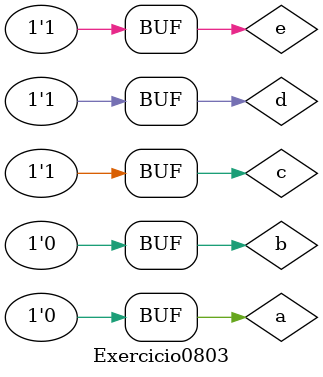
<source format=v>


 module circuito (f, a, b, c, d, e);
 output f;
 input  a, b, c, d,e;
 wire s0, s1, s2, s3, s4, s5, s6, s7, s8, s9, s10, s11, s12;
 
 not NOT1 (s8, a);
 not NOT2 (s9, b);
 not NOT3 (s10, c);
 not NOT4 (s11, d);
 not NOT5 (s12,e);
 
 and AND1 (s0, c, d, e);
 and AND2 (s1, a, s9, s10, d, s12);
 and AND3 (s2, a, b, d, e);
 and AND4 (s3, s8, s10, s11);
 and AND5 (s4, b, s11, e);
 and AND6 (s5, s9, c, s11);
 and AND7 (s6, a, c, e);
 and AND8 (s7, b, c,d);
 or  OR1  (f, s0, s1, s2, s3, s4, s5, s6, s7);

    
 endmodule // circuito 

// ----------------------
// -- Exercicio0803
// ----------------------

 module Exercicio0803;
 reg   a, b, c, d,e;
 wire  s0;

 circuito circuito03 (s0, a, b, c,d, e);
 
          // parte principal
 initial begin
      $display("Exercicio0803");
      $display("Luiz Felipe Fonseca");
      $display("\na  b  c  d  e =  s0  \n");
      $monitor("%b  %b  %b  %b %b  =  %b", a, b, c, d, e, s0);   
	   a=0;b=0;c=0;d=0;e=0;
   #1 a=0;b=0;c=0;d=1;e=0;
   #1 a=0;b=0;c=1;d=0;e=0;
   #1 a=0;b=0;c=1;d=1;e=1;
   #1 a=0;b=1;c=0;d=0;e=1;
   #1 a=0;b=1;c=0;d=1;e=1;
   #1 a=0;b=1;c=1;d=0;e=1;
   #1 a=0;b=1;c=1;d=1;e=1;
   #1 a=1;b=0;c=0;d=0;e=1;
   #1 a=1;b=0;c=0;d=1;e=0;
   #1 a=1;b=0;c=1;d=0;e=0;
   #1 a=1;b=0;c=1;d=1;e=1;
   #1 a=1;b=1;c=0;d=0;e=1;
   #1 a=1;b=1;c=0;d=1;e=1;
   #1 a=1;b=1;c=1;d=0;e=1;
   #1 a=1;b=1;c=1;d=1;e=1;
	#1 a=0;b=0;c=0;d=0;e=1;
   #1 a=0;b=1;c=0;d=0;e=0;
   #1 a=0;b=0;c=1;d=0;e=1;   
   #1 a=0;b=0;c=1;d=1;e=1;  
 
 
 end  

endmodule // Exercicio0803
</source>
